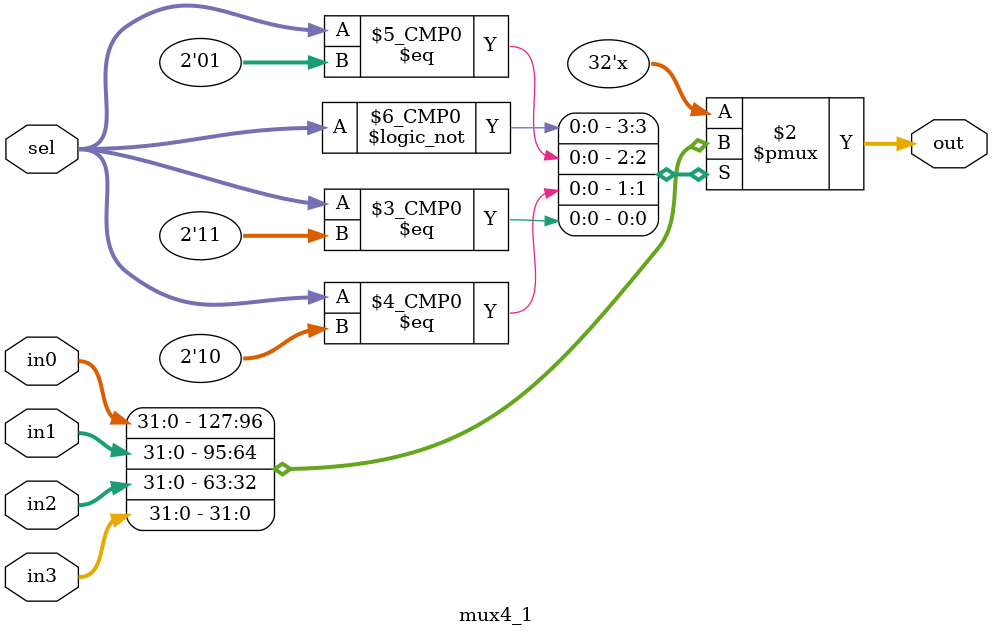
<source format=v>
module mux4_1 (
    input [1:0] sel,
    input [31:0] in0,
    input [31:0] in1,
    input [31:0] in2,
    input [31:0] in3,
    output reg [31:0] out
);

    always @* begin
        case(sel)
            2'b00: out = in0;
            2'b01: out = in1;
            2'b10: out = in2;
            2'b11: out = in3;
            default: out = 0;
        endcase
    end

endmodule

</source>
